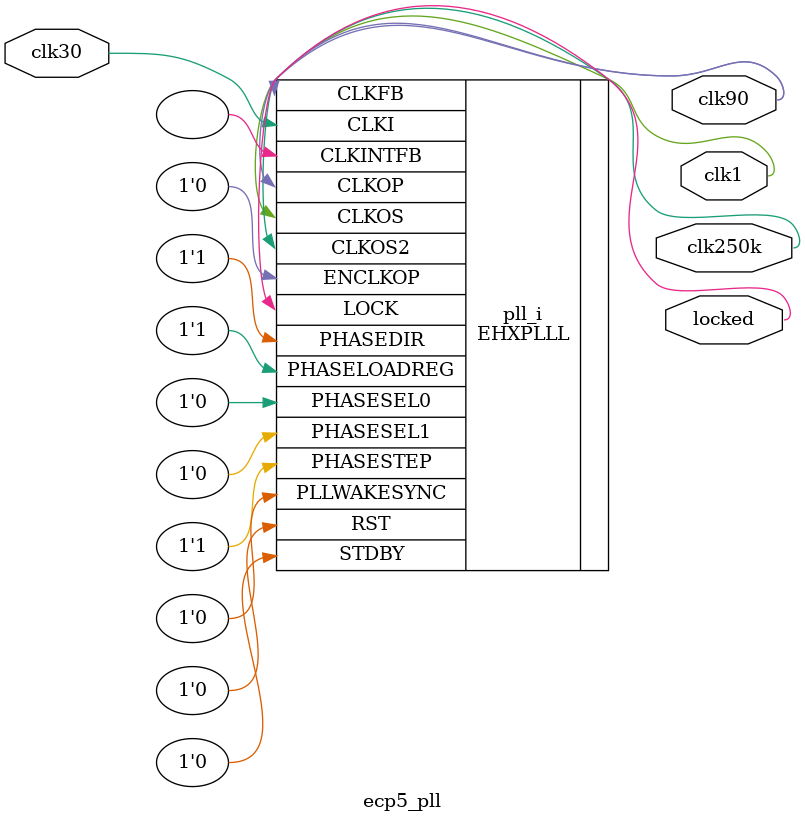
<source format=v>
module ecp5_pll
(
    input clk30, // 30 MHz, 0 deg
    output clk90, // 80 MHz, 0 deg
    output clk1, // 1 MHz, 0 deg
    output clk250k, // 0.0204806 MHz, 0 deg
    output locked
);
(* FREQUENCY_PIN_CLKI="30" *)
(* FREQUENCY_PIN_CLKOP="80" *)
(* FREQUENCY_PIN_CLKOS="1" *)
(* FREQUENCY_PIN_CLKOS2="0.0204806" *)
(* ICP_CURRENT="12" *) (* LPF_RESISTOR="8" *) (* MFG_ENABLE_FILTEROPAMP="1" *) (* MFG_GMCREF_SEL="2" *)
EHXPLLL #(
        .PLLRST_ENA("DISABLED"),
        .INTFB_WAKE("DISABLED"),
        .STDBY_ENABLE("DISABLED"),
        .DPHASE_SOURCE("DISABLED"),
        .OUTDIVIDER_MUXA("DIVA"),
        .OUTDIVIDER_MUXB("DIVB"),
        .OUTDIVIDER_MUXC("DIVC"),
        .OUTDIVIDER_MUXD("DIVD"),
        .CLKI_DIV(3),
        .CLKOP_ENABLE("ENABLED"),
        .CLKOP_DIV(7),
        .CLKOP_CPHASE(3),
        .CLKOP_FPHASE(0),
        .CLKOS_ENABLE("ENABLED"),
        .CLKOS_DIV(560),
        .CLKOS_CPHASE(3),
        .CLKOS_FPHASE(0),
        .CLKOS2_ENABLE("ENABLED"),
        .CLKOS2_DIV(27343),
        .CLKOS2_CPHASE(3),
        .CLKOS2_FPHASE(0),
        .FEEDBK_PATH("CLKOP"),
        .CLKFB_DIV(8)
    ) pll_i (
        .RST(1'b0),
        .STDBY(1'b0),
        .CLKI(clk30),
        .CLKOP(clk90),
        .CLKOS(clk1),
        .CLKOS2(clk250k),
        .CLKFB(clk90),
        .CLKINTFB(),
        .PHASESEL0(1'b0),
        .PHASESEL1(1'b0),
        .PHASEDIR(1'b1),
        .PHASESTEP(1'b1),
        .PHASELOADREG(1'b1),
        .PLLWAKESYNC(1'b0),
        .ENCLKOP(1'b0),
        .LOCK(locked)
	);
endmodule

</source>
